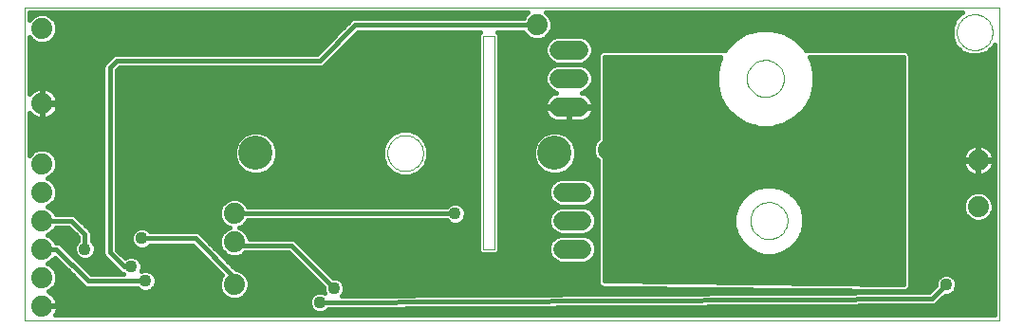
<source format=gbl>
G75*
G70*
%OFA0B0*%
%FSLAX24Y24*%
%IPPOS*%
%LPD*%
%AMOC8*
5,1,8,0,0,1.08239X$1,22.5*
%
%ADD10C,0.0000*%
%ADD11C,0.0740*%
%ADD12C,0.1200*%
%ADD13C,0.0680*%
%ADD14C,0.0160*%
%ADD15C,0.0436*%
D10*
X000175Y005250D02*
X000175Y016246D01*
X034420Y016246D01*
X034420Y005250D01*
X000175Y005250D01*
X012920Y011125D02*
X012922Y011175D01*
X012928Y011225D01*
X012938Y011274D01*
X012952Y011322D01*
X012969Y011369D01*
X012990Y011414D01*
X013015Y011458D01*
X013043Y011499D01*
X013075Y011538D01*
X013109Y011575D01*
X013146Y011609D01*
X013186Y011639D01*
X013228Y011666D01*
X013272Y011690D01*
X013318Y011711D01*
X013365Y011727D01*
X013413Y011740D01*
X013463Y011749D01*
X013512Y011754D01*
X013563Y011755D01*
X013613Y011752D01*
X013662Y011745D01*
X013711Y011734D01*
X013759Y011719D01*
X013805Y011701D01*
X013850Y011679D01*
X013893Y011653D01*
X013934Y011624D01*
X013973Y011592D01*
X014009Y011557D01*
X014041Y011519D01*
X014071Y011479D01*
X014098Y011436D01*
X014121Y011392D01*
X014140Y011346D01*
X014156Y011298D01*
X014168Y011249D01*
X014176Y011200D01*
X014180Y011150D01*
X014180Y011100D01*
X014176Y011050D01*
X014168Y011001D01*
X014156Y010952D01*
X014140Y010904D01*
X014121Y010858D01*
X014098Y010814D01*
X014071Y010771D01*
X014041Y010731D01*
X014009Y010693D01*
X013973Y010658D01*
X013934Y010626D01*
X013893Y010597D01*
X013850Y010571D01*
X013805Y010549D01*
X013759Y010531D01*
X013711Y010516D01*
X013662Y010505D01*
X013613Y010498D01*
X013563Y010495D01*
X013512Y010496D01*
X013463Y010501D01*
X013413Y010510D01*
X013365Y010523D01*
X013318Y010539D01*
X013272Y010560D01*
X013228Y010584D01*
X013186Y010611D01*
X013146Y010641D01*
X013109Y010675D01*
X013075Y010712D01*
X013043Y010751D01*
X013015Y010792D01*
X012990Y010836D01*
X012969Y010881D01*
X012952Y010928D01*
X012938Y010976D01*
X012928Y011025D01*
X012922Y011075D01*
X012920Y011125D01*
X016300Y007750D02*
X016675Y007750D01*
X016675Y015250D01*
X016300Y015250D01*
X016300Y007750D01*
X025675Y008750D02*
X025677Y008800D01*
X025683Y008850D01*
X025693Y008900D01*
X025706Y008948D01*
X025723Y008996D01*
X025744Y009042D01*
X025768Y009086D01*
X025796Y009128D01*
X025827Y009168D01*
X025861Y009205D01*
X025898Y009240D01*
X025937Y009271D01*
X025978Y009300D01*
X026022Y009325D01*
X026068Y009347D01*
X026115Y009365D01*
X026163Y009379D01*
X026212Y009390D01*
X026262Y009397D01*
X026312Y009400D01*
X026363Y009399D01*
X026413Y009394D01*
X026463Y009385D01*
X026511Y009373D01*
X026559Y009356D01*
X026605Y009336D01*
X026650Y009313D01*
X026693Y009286D01*
X026733Y009256D01*
X026771Y009223D01*
X026806Y009187D01*
X026839Y009148D01*
X026868Y009107D01*
X026894Y009064D01*
X026917Y009019D01*
X026936Y008972D01*
X026951Y008924D01*
X026963Y008875D01*
X026971Y008825D01*
X026975Y008775D01*
X026975Y008725D01*
X026971Y008675D01*
X026963Y008625D01*
X026951Y008576D01*
X026936Y008528D01*
X026917Y008481D01*
X026894Y008436D01*
X026868Y008393D01*
X026839Y008352D01*
X026806Y008313D01*
X026771Y008277D01*
X026733Y008244D01*
X026693Y008214D01*
X026650Y008187D01*
X026605Y008164D01*
X026559Y008144D01*
X026511Y008127D01*
X026463Y008115D01*
X026413Y008106D01*
X026363Y008101D01*
X026312Y008100D01*
X026262Y008103D01*
X026212Y008110D01*
X026163Y008121D01*
X026115Y008135D01*
X026068Y008153D01*
X026022Y008175D01*
X025978Y008200D01*
X025937Y008229D01*
X025898Y008260D01*
X025861Y008295D01*
X025827Y008332D01*
X025796Y008372D01*
X025768Y008414D01*
X025744Y008458D01*
X025723Y008504D01*
X025706Y008552D01*
X025693Y008600D01*
X025683Y008650D01*
X025677Y008700D01*
X025675Y008750D01*
X025550Y013750D02*
X025552Y013800D01*
X025558Y013850D01*
X025568Y013900D01*
X025581Y013948D01*
X025598Y013996D01*
X025619Y014042D01*
X025643Y014086D01*
X025671Y014128D01*
X025702Y014168D01*
X025736Y014205D01*
X025773Y014240D01*
X025812Y014271D01*
X025853Y014300D01*
X025897Y014325D01*
X025943Y014347D01*
X025990Y014365D01*
X026038Y014379D01*
X026087Y014390D01*
X026137Y014397D01*
X026187Y014400D01*
X026238Y014399D01*
X026288Y014394D01*
X026338Y014385D01*
X026386Y014373D01*
X026434Y014356D01*
X026480Y014336D01*
X026525Y014313D01*
X026568Y014286D01*
X026608Y014256D01*
X026646Y014223D01*
X026681Y014187D01*
X026714Y014148D01*
X026743Y014107D01*
X026769Y014064D01*
X026792Y014019D01*
X026811Y013972D01*
X026826Y013924D01*
X026838Y013875D01*
X026846Y013825D01*
X026850Y013775D01*
X026850Y013725D01*
X026846Y013675D01*
X026838Y013625D01*
X026826Y013576D01*
X026811Y013528D01*
X026792Y013481D01*
X026769Y013436D01*
X026743Y013393D01*
X026714Y013352D01*
X026681Y013313D01*
X026646Y013277D01*
X026608Y013244D01*
X026568Y013214D01*
X026525Y013187D01*
X026480Y013164D01*
X026434Y013144D01*
X026386Y013127D01*
X026338Y013115D01*
X026288Y013106D01*
X026238Y013101D01*
X026187Y013100D01*
X026137Y013103D01*
X026087Y013110D01*
X026038Y013121D01*
X025990Y013135D01*
X025943Y013153D01*
X025897Y013175D01*
X025853Y013200D01*
X025812Y013229D01*
X025773Y013260D01*
X025736Y013295D01*
X025702Y013332D01*
X025671Y013372D01*
X025643Y013414D01*
X025619Y013458D01*
X025598Y013504D01*
X025581Y013552D01*
X025568Y013600D01*
X025558Y013650D01*
X025552Y013700D01*
X025550Y013750D01*
X032920Y015375D02*
X032922Y015425D01*
X032928Y015475D01*
X032938Y015524D01*
X032952Y015572D01*
X032969Y015619D01*
X032990Y015664D01*
X033015Y015708D01*
X033043Y015749D01*
X033075Y015788D01*
X033109Y015825D01*
X033146Y015859D01*
X033186Y015889D01*
X033228Y015916D01*
X033272Y015940D01*
X033318Y015961D01*
X033365Y015977D01*
X033413Y015990D01*
X033463Y015999D01*
X033512Y016004D01*
X033563Y016005D01*
X033613Y016002D01*
X033662Y015995D01*
X033711Y015984D01*
X033759Y015969D01*
X033805Y015951D01*
X033850Y015929D01*
X033893Y015903D01*
X033934Y015874D01*
X033973Y015842D01*
X034009Y015807D01*
X034041Y015769D01*
X034071Y015729D01*
X034098Y015686D01*
X034121Y015642D01*
X034140Y015596D01*
X034156Y015548D01*
X034168Y015499D01*
X034176Y015450D01*
X034180Y015400D01*
X034180Y015350D01*
X034176Y015300D01*
X034168Y015251D01*
X034156Y015202D01*
X034140Y015154D01*
X034121Y015108D01*
X034098Y015064D01*
X034071Y015021D01*
X034041Y014981D01*
X034009Y014943D01*
X033973Y014908D01*
X033934Y014876D01*
X033893Y014847D01*
X033850Y014821D01*
X033805Y014799D01*
X033759Y014781D01*
X033711Y014766D01*
X033662Y014755D01*
X033613Y014748D01*
X033563Y014745D01*
X033512Y014746D01*
X033463Y014751D01*
X033413Y014760D01*
X033365Y014773D01*
X033318Y014789D01*
X033272Y014810D01*
X033228Y014834D01*
X033186Y014861D01*
X033146Y014891D01*
X033109Y014925D01*
X033075Y014962D01*
X033043Y015001D01*
X033015Y015042D01*
X032990Y015086D01*
X032969Y015131D01*
X032952Y015178D01*
X032938Y015226D01*
X032928Y015275D01*
X032922Y015325D01*
X032920Y015375D01*
D11*
X033675Y010875D03*
X033675Y009250D03*
X020675Y011250D03*
X018175Y015625D03*
X007550Y009000D03*
X007550Y008000D03*
X007550Y006500D03*
X000800Y006750D03*
X000800Y007750D03*
X000800Y008750D03*
X000800Y009750D03*
X000800Y010750D03*
X000800Y012875D03*
X000800Y015500D03*
X000800Y005750D03*
D12*
X008300Y011125D03*
X018800Y011125D03*
D13*
X019085Y009750D02*
X019765Y009750D01*
X019765Y008750D02*
X019085Y008750D01*
X019085Y007750D02*
X019765Y007750D01*
X019640Y012750D02*
X018960Y012750D01*
X018960Y013750D02*
X019640Y013750D01*
X019640Y014750D02*
X018960Y014750D01*
D14*
X018460Y014760D02*
X016855Y014760D01*
X016855Y014602D02*
X018480Y014602D01*
X018460Y014651D02*
X018536Y014467D01*
X018677Y014326D01*
X018861Y014250D01*
X018677Y014174D01*
X018536Y014033D01*
X018460Y013849D01*
X018460Y013651D01*
X018536Y013467D01*
X018677Y013326D01*
X018842Y013258D01*
X018838Y013257D01*
X018760Y013232D01*
X018687Y013195D01*
X018621Y013147D01*
X018563Y013089D01*
X018515Y013023D01*
X018478Y012950D01*
X018453Y012872D01*
X018440Y012791D01*
X018440Y012780D01*
X019270Y012780D01*
X019270Y012720D01*
X019330Y012720D01*
X019330Y012780D01*
X020160Y012780D01*
X020160Y012791D01*
X020147Y012872D01*
X020122Y012950D01*
X020085Y013023D01*
X020037Y013089D01*
X019979Y013147D01*
X019913Y013195D01*
X019840Y013232D01*
X019762Y013257D01*
X019758Y013258D01*
X019923Y013326D01*
X020064Y013467D01*
X020140Y013651D01*
X020140Y013849D01*
X020064Y014033D01*
X019923Y014174D01*
X019739Y014250D01*
X018861Y014250D01*
X019739Y014250D01*
X019923Y014326D01*
X020064Y014467D01*
X020140Y014651D01*
X020140Y014849D01*
X020064Y015033D01*
X019923Y015174D01*
X019739Y015250D01*
X018861Y015250D01*
X018677Y015174D01*
X018536Y015033D01*
X018460Y014849D01*
X018460Y014651D01*
X018560Y014443D02*
X016855Y014443D01*
X016855Y014285D02*
X018777Y014285D01*
X018629Y014126D02*
X016855Y014126D01*
X016855Y013968D02*
X018509Y013968D01*
X018460Y013809D02*
X016855Y013809D01*
X016855Y013651D02*
X018460Y013651D01*
X018526Y013492D02*
X016855Y013492D01*
X016855Y013334D02*
X018669Y013334D01*
X018660Y013175D02*
X016855Y013175D01*
X016855Y013017D02*
X018512Y013017D01*
X018451Y012858D02*
X016855Y012858D01*
X016855Y012700D02*
X018442Y012700D01*
X018440Y012709D02*
X018453Y012628D01*
X018478Y012550D01*
X018515Y012477D01*
X018563Y012411D01*
X018621Y012353D01*
X018687Y012305D01*
X018760Y012268D01*
X018838Y012243D01*
X018919Y012230D01*
X019270Y012230D01*
X019270Y012720D01*
X018440Y012720D01*
X018440Y012709D01*
X018483Y012541D02*
X016855Y012541D01*
X016855Y012383D02*
X018592Y012383D01*
X019270Y012383D02*
X019330Y012383D01*
X019330Y012230D02*
X019681Y012230D01*
X019762Y012243D01*
X019840Y012268D01*
X019913Y012305D01*
X019979Y012353D01*
X020037Y012411D01*
X020085Y012477D01*
X020122Y012550D01*
X020147Y012628D01*
X020160Y012709D01*
X020160Y012720D01*
X019330Y012720D01*
X019330Y012230D01*
X020008Y012383D02*
X020310Y012383D01*
X020310Y012541D02*
X020117Y012541D01*
X020158Y012700D02*
X020310Y012700D01*
X020310Y012858D02*
X020149Y012858D01*
X020088Y013017D02*
X020310Y013017D01*
X020310Y013175D02*
X019940Y013175D01*
X019931Y013334D02*
X020310Y013334D01*
X020310Y013492D02*
X020074Y013492D01*
X020140Y013651D02*
X020310Y013651D01*
X020310Y013809D02*
X020140Y013809D01*
X020091Y013968D02*
X020310Y013968D01*
X020310Y014126D02*
X019971Y014126D01*
X019823Y014285D02*
X020310Y014285D01*
X020310Y014443D02*
X020040Y014443D01*
X020120Y014602D02*
X020332Y014602D01*
X020347Y014636D02*
X020310Y014548D01*
X020310Y011635D01*
X020226Y011550D01*
X020145Y011355D01*
X020145Y011145D01*
X020226Y010950D01*
X020310Y010865D01*
X020310Y006626D01*
X020309Y006580D01*
X020310Y006579D01*
X020310Y006577D01*
X020328Y006534D01*
X020345Y006491D01*
X020346Y006490D01*
X020347Y006489D01*
X020379Y006456D01*
X020412Y006423D01*
X020413Y006423D01*
X020414Y006422D01*
X020457Y006404D01*
X020499Y006386D01*
X020501Y006386D01*
X020502Y006385D01*
X020549Y006385D01*
X031001Y006261D01*
X031002Y006260D01*
X031049Y006260D01*
X031095Y006259D01*
X031096Y006260D01*
X031098Y006260D01*
X031141Y006278D01*
X031184Y006295D01*
X031185Y006296D01*
X031186Y006297D01*
X031219Y006329D01*
X031252Y006362D01*
X031252Y006363D01*
X031253Y006364D01*
X031271Y006407D01*
X031289Y006449D01*
X031289Y006451D01*
X031290Y006452D01*
X031290Y006499D01*
X031291Y006545D01*
X031290Y006546D01*
X031290Y014548D01*
X031253Y014636D01*
X031186Y014703D01*
X031098Y014740D01*
X031002Y014740D01*
X027626Y014740D01*
X027584Y014812D01*
X027262Y015134D01*
X026868Y015362D01*
X026428Y015480D01*
X025972Y015480D01*
X025532Y015362D01*
X025138Y015134D01*
X024816Y014812D01*
X024774Y014740D01*
X020502Y014740D01*
X020414Y014703D01*
X020347Y014636D01*
X020140Y014760D02*
X024786Y014760D01*
X024922Y014919D02*
X020111Y014919D01*
X020020Y015077D02*
X025080Y015077D01*
X025313Y015236D02*
X019774Y015236D01*
X018826Y015236D02*
X018535Y015236D01*
X018475Y015176D02*
X018624Y015325D01*
X018705Y015520D01*
X018705Y015730D01*
X018624Y015925D01*
X018483Y016066D01*
X033102Y016066D01*
X033091Y016062D01*
X032863Y015834D01*
X032740Y015536D01*
X032740Y015214D01*
X032863Y014916D01*
X033091Y014688D01*
X033389Y014565D01*
X033711Y014565D01*
X034009Y014688D01*
X034237Y014916D01*
X034240Y014925D01*
X034240Y005430D01*
X001247Y005430D01*
X001270Y005462D01*
X001310Y005539D01*
X001336Y005621D01*
X001350Y005707D01*
X001350Y005730D01*
X000820Y005730D01*
X000820Y005770D01*
X001350Y005770D01*
X001350Y005793D01*
X001336Y005879D01*
X001310Y005961D01*
X001270Y006038D01*
X001220Y006108D01*
X001158Y006170D01*
X001088Y006220D01*
X001011Y006260D01*
X001006Y006261D01*
X001100Y006301D01*
X001249Y006450D01*
X001330Y006645D01*
X001330Y006855D01*
X001249Y007050D01*
X001100Y007199D01*
X000978Y007250D01*
X001100Y007301D01*
X001249Y007450D01*
X001253Y007458D01*
X002222Y006489D01*
X002289Y006422D01*
X002377Y006385D01*
X004130Y006385D01*
X004211Y006304D01*
X004350Y006247D01*
X004500Y006247D01*
X004639Y006304D01*
X004746Y006411D01*
X004803Y006550D01*
X004803Y006700D01*
X004746Y006839D01*
X004639Y006946D01*
X004500Y007003D01*
X004350Y007003D01*
X004270Y006970D01*
X004303Y007050D01*
X004303Y007200D01*
X004246Y007339D01*
X004139Y007446D01*
X004000Y007503D01*
X003850Y007503D01*
X003711Y007446D01*
X003702Y007437D01*
X003415Y007724D01*
X003415Y014026D01*
X003524Y014135D01*
X010598Y014135D01*
X010686Y014172D01*
X010753Y014239D01*
X011899Y015385D01*
X016180Y015385D01*
X016120Y015325D01*
X016120Y007675D01*
X016225Y007570D01*
X016750Y007570D01*
X016855Y007675D01*
X016855Y015325D01*
X016795Y015385D01*
X017701Y015385D01*
X017726Y015325D01*
X017875Y015176D01*
X018070Y015095D01*
X018280Y015095D01*
X018475Y015176D01*
X018580Y015077D02*
X016855Y015077D01*
X016855Y014919D02*
X018489Y014919D01*
X018653Y015394D02*
X025651Y015394D01*
X026749Y015394D02*
X032740Y015394D01*
X032740Y015236D02*
X027087Y015236D01*
X027320Y015077D02*
X032797Y015077D01*
X032862Y014919D02*
X027478Y014919D01*
X027614Y014760D02*
X033020Y014760D01*
X033301Y014602D02*
X031268Y014602D01*
X031290Y014443D02*
X034240Y014443D01*
X034240Y014285D02*
X031290Y014285D01*
X031290Y014126D02*
X034240Y014126D01*
X034240Y013968D02*
X031290Y013968D01*
X031290Y013809D02*
X034240Y013809D01*
X034240Y013651D02*
X031290Y013651D01*
X031290Y013492D02*
X034240Y013492D01*
X034240Y013334D02*
X031290Y013334D01*
X031290Y013175D02*
X034240Y013175D01*
X034240Y013017D02*
X031290Y013017D01*
X031290Y012858D02*
X034240Y012858D01*
X034240Y012700D02*
X031290Y012700D01*
X031290Y012541D02*
X034240Y012541D01*
X034240Y012383D02*
X031290Y012383D01*
X031290Y012224D02*
X034240Y012224D01*
X034240Y012066D02*
X031290Y012066D01*
X031290Y011907D02*
X034240Y011907D01*
X034240Y011749D02*
X031290Y011749D01*
X031290Y011590D02*
X034240Y011590D01*
X034240Y011432D02*
X031290Y011432D01*
X031290Y011273D02*
X033295Y011273D01*
X033317Y011295D02*
X033255Y011233D01*
X033205Y011163D01*
X033165Y011086D01*
X033139Y011004D01*
X033125Y010918D01*
X033125Y010895D01*
X033655Y010895D01*
X033655Y011425D01*
X033632Y011425D01*
X033546Y011411D01*
X033464Y011385D01*
X033387Y011345D01*
X033317Y011295D01*
X033180Y011115D02*
X031290Y011115D01*
X031290Y010956D02*
X033131Y010956D01*
X033125Y010855D02*
X033125Y010832D01*
X033139Y010746D01*
X033165Y010664D01*
X033205Y010587D01*
X033255Y010517D01*
X033317Y010455D01*
X033387Y010405D01*
X033464Y010365D01*
X033546Y010339D01*
X033632Y010325D01*
X033655Y010325D01*
X033655Y010855D01*
X033125Y010855D01*
X033130Y010798D02*
X031290Y010798D01*
X031290Y010639D02*
X033178Y010639D01*
X033292Y010481D02*
X031290Y010481D01*
X031290Y010322D02*
X034240Y010322D01*
X034240Y010164D02*
X031290Y010164D01*
X031290Y010005D02*
X034240Y010005D01*
X034240Y009847D02*
X031290Y009847D01*
X031290Y009688D02*
X033363Y009688D01*
X033375Y009699D02*
X033226Y009550D01*
X033145Y009355D01*
X033145Y009145D01*
X033226Y008950D01*
X033375Y008801D01*
X033570Y008720D01*
X033780Y008720D01*
X033975Y008801D01*
X034124Y008950D01*
X034205Y009145D01*
X034205Y009355D01*
X034124Y009550D01*
X033975Y009699D01*
X033780Y009780D01*
X033570Y009780D01*
X033375Y009699D01*
X033217Y009530D02*
X031290Y009530D01*
X031290Y009371D02*
X033151Y009371D01*
X033145Y009213D02*
X031290Y009213D01*
X031290Y009054D02*
X033183Y009054D01*
X033280Y008896D02*
X031290Y008896D01*
X031290Y008737D02*
X033529Y008737D01*
X033821Y008737D02*
X034240Y008737D01*
X034240Y008579D02*
X031290Y008579D01*
X031290Y008420D02*
X034240Y008420D01*
X034240Y008262D02*
X031290Y008262D01*
X031290Y008103D02*
X034240Y008103D01*
X034240Y007945D02*
X031290Y007945D01*
X031290Y007786D02*
X034240Y007786D01*
X034240Y007628D02*
X031290Y007628D01*
X031290Y007469D02*
X034240Y007469D01*
X034240Y007311D02*
X031290Y007311D01*
X031290Y007152D02*
X034240Y007152D01*
X034240Y006994D02*
X031290Y006994D01*
X031290Y006835D02*
X032371Y006835D01*
X032336Y006821D02*
X032229Y006714D01*
X032172Y006575D01*
X032172Y006461D01*
X031950Y006239D01*
X011329Y006120D01*
X011371Y006161D01*
X011428Y006300D01*
X011428Y006450D01*
X011371Y006589D01*
X011264Y006696D01*
X011125Y006753D01*
X011011Y006753D01*
X009753Y008011D01*
X009686Y008078D01*
X009598Y008115D01*
X008076Y008115D01*
X007999Y008300D01*
X007850Y008449D01*
X007728Y008500D01*
X007850Y008551D01*
X007999Y008700D01*
X008024Y008760D01*
X015005Y008760D01*
X015086Y008679D01*
X015225Y008622D01*
X015375Y008622D01*
X015514Y008679D01*
X015621Y008786D01*
X015678Y008925D01*
X015678Y009075D01*
X015621Y009214D01*
X015514Y009321D01*
X015375Y009378D01*
X015225Y009378D01*
X015086Y009321D01*
X015005Y009240D01*
X008024Y009240D01*
X007999Y009300D01*
X007850Y009449D01*
X007655Y009530D01*
X007445Y009530D01*
X007250Y009449D01*
X007101Y009300D01*
X007020Y009105D01*
X007020Y008895D01*
X007101Y008700D01*
X007250Y008551D01*
X007372Y008500D01*
X007250Y008449D01*
X007101Y008300D01*
X007020Y008105D01*
X007020Y007895D01*
X007101Y007700D01*
X007250Y007551D01*
X007445Y007470D01*
X007655Y007470D01*
X007850Y007551D01*
X007935Y007635D01*
X009451Y007635D01*
X010672Y006414D01*
X010672Y006300D01*
X010705Y006220D01*
X010625Y006253D01*
X010475Y006253D01*
X010336Y006196D01*
X010229Y006089D01*
X010172Y005950D01*
X010172Y005800D01*
X010229Y005661D01*
X010336Y005554D01*
X010475Y005497D01*
X010625Y005497D01*
X010764Y005554D01*
X010846Y005637D01*
X032051Y005760D01*
X032098Y005760D01*
X032098Y005760D01*
X032099Y005760D01*
X032142Y005779D01*
X032186Y005797D01*
X032187Y005797D01*
X032220Y005831D01*
X032511Y006122D01*
X032625Y006122D01*
X032764Y006179D01*
X032871Y006286D01*
X032928Y006425D01*
X032928Y006575D01*
X032871Y006714D01*
X032764Y006821D01*
X032625Y006878D01*
X032475Y006878D01*
X032336Y006821D01*
X032214Y006677D02*
X031290Y006677D01*
X031290Y006518D02*
X032172Y006518D01*
X032070Y006360D02*
X031250Y006360D01*
X031050Y006500D02*
X020550Y006625D01*
X020550Y014500D01*
X024635Y014500D01*
X024588Y014418D01*
X024470Y013978D01*
X024470Y013522D01*
X024588Y013082D01*
X024816Y012688D01*
X025138Y012366D01*
X025532Y012138D01*
X025972Y012020D01*
X026428Y012020D01*
X026868Y012138D01*
X027262Y012366D01*
X027584Y012688D01*
X027812Y013082D01*
X027930Y013522D01*
X027930Y013978D01*
X027812Y014418D01*
X027765Y014500D01*
X031050Y014500D01*
X031050Y006500D01*
X031050Y006518D02*
X029538Y006518D01*
X031050Y006677D02*
X020550Y006677D01*
X020550Y006835D02*
X031050Y006835D01*
X031050Y006994D02*
X020550Y006994D01*
X020550Y007152D02*
X031050Y007152D01*
X031050Y007311D02*
X020550Y007311D01*
X020550Y007469D02*
X031050Y007469D01*
X031050Y007628D02*
X026841Y007628D01*
X026800Y007604D02*
X026487Y007520D01*
X026163Y007520D01*
X025850Y007604D01*
X025570Y007766D01*
X025341Y007995D01*
X025179Y008275D01*
X025095Y008588D01*
X025095Y008912D01*
X025179Y009225D01*
X025341Y009505D01*
X025570Y009734D01*
X025850Y009896D01*
X026163Y009980D01*
X026487Y009980D01*
X026800Y009896D01*
X027080Y009734D01*
X027309Y009505D01*
X027471Y009225D01*
X027555Y008912D01*
X027555Y008588D01*
X027471Y008275D01*
X027309Y007995D01*
X027080Y007766D01*
X026800Y007604D01*
X027100Y007786D02*
X031050Y007786D01*
X031050Y007945D02*
X027259Y007945D01*
X027372Y008103D02*
X031050Y008103D01*
X031050Y008262D02*
X027463Y008262D01*
X027510Y008420D02*
X031050Y008420D01*
X031050Y008579D02*
X027552Y008579D01*
X027555Y008737D02*
X031050Y008737D01*
X031050Y008896D02*
X027555Y008896D01*
X027517Y009054D02*
X031050Y009054D01*
X031050Y009213D02*
X027474Y009213D01*
X027387Y009371D02*
X031050Y009371D01*
X031050Y009530D02*
X027285Y009530D01*
X027126Y009688D02*
X031050Y009688D01*
X031050Y009847D02*
X026886Y009847D01*
X025764Y009847D02*
X020550Y009847D01*
X020550Y010005D02*
X031050Y010005D01*
X031050Y010164D02*
X020550Y010164D01*
X020550Y010322D02*
X031050Y010322D01*
X031050Y010481D02*
X020550Y010481D01*
X020550Y010639D02*
X031050Y010639D01*
X031050Y010798D02*
X020550Y010798D01*
X020550Y010956D02*
X031050Y010956D01*
X031050Y011115D02*
X020550Y011115D01*
X020550Y011273D02*
X031050Y011273D01*
X031050Y011432D02*
X020550Y011432D01*
X020550Y011590D02*
X031050Y011590D01*
X031050Y011749D02*
X020550Y011749D01*
X020550Y011907D02*
X031050Y011907D01*
X031050Y012066D02*
X026598Y012066D01*
X027017Y012224D02*
X031050Y012224D01*
X031050Y012383D02*
X027279Y012383D01*
X027438Y012541D02*
X031050Y012541D01*
X031050Y012700D02*
X027591Y012700D01*
X027683Y012858D02*
X031050Y012858D01*
X031050Y013017D02*
X027774Y013017D01*
X027837Y013175D02*
X031050Y013175D01*
X031050Y013334D02*
X027879Y013334D01*
X027922Y013492D02*
X031050Y013492D01*
X031050Y013651D02*
X027930Y013651D01*
X027930Y013809D02*
X031050Y013809D01*
X031050Y013968D02*
X027930Y013968D01*
X027890Y014126D02*
X031050Y014126D01*
X031050Y014285D02*
X027848Y014285D01*
X027798Y014443D02*
X031050Y014443D01*
X032747Y015553D02*
X018705Y015553D01*
X018705Y015711D02*
X032813Y015711D01*
X032899Y015870D02*
X018647Y015870D01*
X018522Y016028D02*
X033058Y016028D01*
X034238Y014919D02*
X034240Y014919D01*
X034240Y014760D02*
X034080Y014760D01*
X034240Y014602D02*
X033799Y014602D01*
X033718Y011425D02*
X033695Y011425D01*
X033695Y010895D01*
X033655Y010895D01*
X033655Y010855D01*
X033695Y010855D01*
X033695Y010895D01*
X034225Y010895D01*
X034225Y010918D01*
X034211Y011004D01*
X034185Y011086D01*
X034145Y011163D01*
X034095Y011233D01*
X034033Y011295D01*
X033963Y011345D01*
X033886Y011385D01*
X033804Y011411D01*
X033718Y011425D01*
X033695Y011273D02*
X033655Y011273D01*
X033655Y011115D02*
X033695Y011115D01*
X033695Y010956D02*
X033655Y010956D01*
X033695Y010855D02*
X034225Y010855D01*
X034225Y010832D01*
X034211Y010746D01*
X034185Y010664D01*
X034145Y010587D01*
X034095Y010517D01*
X034033Y010455D01*
X033963Y010405D01*
X033886Y010365D01*
X033804Y010339D01*
X033718Y010325D01*
X033695Y010325D01*
X033695Y010855D01*
X033695Y010798D02*
X033655Y010798D01*
X033655Y010639D02*
X033695Y010639D01*
X033695Y010481D02*
X033655Y010481D01*
X034058Y010481D02*
X034240Y010481D01*
X034240Y010639D02*
X034172Y010639D01*
X034220Y010798D02*
X034240Y010798D01*
X034240Y010956D02*
X034219Y010956D01*
X034240Y011115D02*
X034170Y011115D01*
X034240Y011273D02*
X034055Y011273D01*
X033987Y009688D02*
X034240Y009688D01*
X034240Y009530D02*
X034133Y009530D01*
X034199Y009371D02*
X034240Y009371D01*
X034240Y009213D02*
X034205Y009213D01*
X034240Y009054D02*
X034167Y009054D01*
X034240Y008896D02*
X034070Y008896D01*
X034240Y006835D02*
X032729Y006835D01*
X032886Y006677D02*
X034240Y006677D01*
X034240Y006518D02*
X032928Y006518D01*
X032901Y006360D02*
X034240Y006360D01*
X034240Y006201D02*
X032786Y006201D01*
X032550Y006500D02*
X032050Y006000D01*
X010550Y005875D01*
X010203Y005726D02*
X001350Y005726D01*
X001335Y005884D02*
X010172Y005884D01*
X010210Y006043D02*
X007830Y006043D01*
X007850Y006051D02*
X007999Y006200D01*
X008080Y006395D01*
X008080Y006605D01*
X007999Y006800D01*
X007850Y006949D01*
X007655Y007030D01*
X007609Y007030D01*
X006311Y008328D01*
X006223Y008365D01*
X004595Y008365D01*
X004514Y008446D01*
X004375Y008503D01*
X004225Y008503D01*
X004086Y008446D01*
X003979Y008339D01*
X003922Y008200D01*
X003922Y008050D01*
X003979Y007911D01*
X004086Y007804D01*
X004225Y007747D01*
X004375Y007747D01*
X004514Y007804D01*
X004595Y007885D01*
X006076Y007885D01*
X007131Y006830D01*
X007101Y006800D01*
X007020Y006605D01*
X007020Y006395D01*
X007101Y006200D01*
X007250Y006051D01*
X007445Y005970D01*
X007655Y005970D01*
X007850Y006051D01*
X008000Y006201D02*
X010349Y006201D01*
X010672Y006360D02*
X008065Y006360D01*
X008080Y006518D02*
X010568Y006518D01*
X010409Y006677D02*
X008051Y006677D01*
X007965Y006835D02*
X010251Y006835D01*
X010092Y006994D02*
X007744Y006994D01*
X007487Y007152D02*
X009934Y007152D01*
X009775Y007311D02*
X007329Y007311D01*
X007170Y007469D02*
X009617Y007469D01*
X009458Y007628D02*
X007927Y007628D01*
X007675Y007875D02*
X007550Y008000D01*
X007675Y007875D02*
X009550Y007875D01*
X011050Y006375D01*
X011400Y006518D02*
X020334Y006518D01*
X020310Y006677D02*
X011283Y006677D01*
X011428Y006360D02*
X022690Y006360D01*
X020310Y006835D02*
X010929Y006835D01*
X010771Y006994D02*
X020310Y006994D01*
X020310Y007152D02*
X010612Y007152D01*
X010454Y007311D02*
X018839Y007311D01*
X018802Y007326D02*
X018986Y007250D01*
X019864Y007250D01*
X020048Y007326D01*
X020189Y007467D01*
X020265Y007651D01*
X020265Y007849D01*
X020189Y008033D01*
X020048Y008174D01*
X019864Y008250D01*
X020048Y008326D01*
X020189Y008467D01*
X020265Y008651D01*
X020265Y008849D01*
X020189Y009033D01*
X020048Y009174D01*
X019864Y009250D01*
X020048Y009326D01*
X020189Y009467D01*
X020265Y009651D01*
X020265Y009849D01*
X020189Y010033D01*
X020048Y010174D01*
X019864Y010250D01*
X018986Y010250D01*
X018802Y010174D01*
X018661Y010033D01*
X018585Y009849D01*
X018585Y009651D01*
X018661Y009467D01*
X018802Y009326D01*
X018986Y009250D01*
X019864Y009250D01*
X018986Y009250D01*
X018802Y009174D01*
X018661Y009033D01*
X018585Y008849D01*
X018585Y008651D01*
X018661Y008467D01*
X018802Y008326D01*
X018986Y008250D01*
X019864Y008250D01*
X018986Y008250D01*
X018802Y008174D01*
X018661Y008033D01*
X018585Y007849D01*
X018585Y007651D01*
X018661Y007467D01*
X018802Y007326D01*
X018660Y007469D02*
X010295Y007469D01*
X010137Y007628D02*
X016168Y007628D01*
X016120Y007786D02*
X009978Y007786D01*
X009820Y007945D02*
X016120Y007945D01*
X016120Y008103D02*
X009627Y008103D01*
X008015Y008262D02*
X016120Y008262D01*
X016120Y008420D02*
X007880Y008420D01*
X007878Y008579D02*
X016120Y008579D01*
X016120Y008737D02*
X015572Y008737D01*
X015666Y008896D02*
X016120Y008896D01*
X016120Y009054D02*
X015678Y009054D01*
X015621Y009213D02*
X016120Y009213D01*
X016120Y009371D02*
X015392Y009371D01*
X015208Y009371D02*
X007929Y009371D01*
X007657Y009530D02*
X016120Y009530D01*
X016120Y009688D02*
X003415Y009688D01*
X003415Y009530D02*
X007443Y009530D01*
X007171Y009371D02*
X003415Y009371D01*
X003415Y009213D02*
X007064Y009213D01*
X007020Y009054D02*
X003415Y009054D01*
X003415Y008896D02*
X007020Y008896D01*
X007085Y008737D02*
X003415Y008737D01*
X003415Y008579D02*
X007222Y008579D01*
X007220Y008420D02*
X004540Y008420D01*
X004060Y008420D02*
X003415Y008420D01*
X003415Y008262D02*
X003947Y008262D01*
X003922Y008103D02*
X003415Y008103D01*
X003415Y007945D02*
X003965Y007945D01*
X004130Y007786D02*
X003415Y007786D01*
X003512Y007628D02*
X006333Y007628D01*
X006175Y007786D02*
X004470Y007786D01*
X004083Y007469D02*
X006492Y007469D01*
X006650Y007311D02*
X004257Y007311D01*
X004303Y007152D02*
X006809Y007152D01*
X006967Y006994D02*
X004523Y006994D01*
X004327Y006994D02*
X004280Y006994D01*
X003925Y007125D02*
X003675Y007125D01*
X003175Y007625D01*
X003175Y014125D01*
X003425Y014375D01*
X010550Y014375D01*
X011800Y015625D01*
X018175Y015625D01*
X017701Y015865D02*
X011752Y015865D01*
X011664Y015828D01*
X010451Y014615D01*
X003377Y014615D01*
X003289Y014578D01*
X003039Y014328D01*
X002972Y014261D01*
X002935Y014173D01*
X002935Y007577D01*
X002972Y007489D01*
X003472Y006989D01*
X003539Y006922D01*
X003627Y006885D01*
X003630Y006885D01*
X003650Y006865D01*
X002524Y006865D01*
X001436Y007953D01*
X001348Y007990D01*
X001274Y007990D01*
X001249Y008050D01*
X001100Y008199D01*
X000978Y008250D01*
X001100Y008301D01*
X001249Y008450D01*
X001274Y008510D01*
X001721Y008510D01*
X002060Y008171D01*
X002060Y008045D01*
X001979Y007964D01*
X001922Y007825D01*
X001922Y007675D01*
X001979Y007536D01*
X002086Y007429D01*
X002225Y007372D01*
X002375Y007372D01*
X002514Y007429D01*
X002621Y007536D01*
X002678Y007675D01*
X002678Y007825D01*
X002621Y007964D01*
X002540Y008045D01*
X002540Y008318D01*
X002503Y008407D01*
X002436Y008474D01*
X001957Y008953D01*
X001868Y008990D01*
X001274Y008990D01*
X001249Y009050D01*
X001100Y009199D01*
X000978Y009250D01*
X001100Y009301D01*
X001249Y009450D01*
X001330Y009645D01*
X001330Y009855D01*
X001249Y010050D01*
X001100Y010199D01*
X000978Y010250D01*
X001100Y010301D01*
X001249Y010450D01*
X001330Y010645D01*
X001330Y010855D01*
X001249Y011050D01*
X001100Y011199D01*
X000905Y011280D01*
X000695Y011280D01*
X000500Y011199D01*
X000355Y011055D01*
X000355Y012552D01*
X000380Y012517D01*
X000442Y012455D01*
X000512Y012405D01*
X000589Y012365D01*
X000671Y012339D01*
X000757Y012325D01*
X000780Y012325D01*
X000780Y012855D01*
X000820Y012855D01*
X000820Y012895D01*
X000780Y012895D01*
X000780Y013425D01*
X000757Y013425D01*
X000671Y013411D01*
X000589Y013385D01*
X000512Y013345D01*
X000442Y013295D01*
X000380Y013233D01*
X000355Y013198D01*
X000355Y015195D01*
X000500Y015051D01*
X000695Y014970D01*
X000905Y014970D01*
X001100Y015051D01*
X001249Y015200D01*
X001330Y015395D01*
X001330Y015605D01*
X001249Y015800D01*
X001100Y015949D01*
X000905Y016030D01*
X000695Y016030D01*
X000500Y015949D01*
X000355Y015805D01*
X000355Y016066D01*
X017867Y016066D01*
X017726Y015925D01*
X017701Y015865D01*
X017703Y015870D02*
X001180Y015870D01*
X001286Y015711D02*
X011547Y015711D01*
X011388Y015553D02*
X001330Y015553D01*
X001330Y015394D02*
X011230Y015394D01*
X011071Y015236D02*
X001264Y015236D01*
X001127Y015077D02*
X010913Y015077D01*
X010754Y014919D02*
X000355Y014919D01*
X000355Y015077D02*
X000473Y015077D01*
X000355Y014760D02*
X010596Y014760D01*
X011116Y014602D02*
X016120Y014602D01*
X016120Y014760D02*
X011274Y014760D01*
X011433Y014919D02*
X016120Y014919D01*
X016120Y015077D02*
X011591Y015077D01*
X011750Y015236D02*
X016120Y015236D01*
X016855Y015236D02*
X017815Y015236D01*
X016120Y014443D02*
X010957Y014443D01*
X010799Y014285D02*
X016120Y014285D01*
X016120Y014126D02*
X003515Y014126D01*
X003415Y013968D02*
X016120Y013968D01*
X016120Y013809D02*
X003415Y013809D01*
X003415Y013651D02*
X016120Y013651D01*
X016120Y013492D02*
X003415Y013492D01*
X003415Y013334D02*
X016120Y013334D01*
X016120Y013175D02*
X003415Y013175D01*
X003415Y013017D02*
X016120Y013017D01*
X016120Y012858D02*
X003415Y012858D01*
X003415Y012700D02*
X016120Y012700D01*
X016120Y012541D02*
X003415Y012541D01*
X003415Y012383D02*
X016120Y012383D01*
X016120Y012224D02*
X003415Y012224D01*
X003415Y012066D02*
X016120Y012066D01*
X016120Y011907D02*
X013778Y011907D01*
X013711Y011935D02*
X013389Y011935D01*
X013091Y011812D01*
X012863Y011584D01*
X012740Y011286D01*
X012740Y010964D01*
X012863Y010666D01*
X013091Y010438D01*
X013389Y010315D01*
X013711Y010315D01*
X014009Y010438D01*
X014237Y010666D01*
X014360Y010964D01*
X014360Y011286D01*
X014237Y011584D01*
X014009Y011812D01*
X013711Y011935D01*
X013322Y011907D02*
X003415Y011907D01*
X003415Y011749D02*
X007849Y011749D01*
X007869Y011769D02*
X007656Y011556D01*
X007540Y011276D01*
X007540Y010974D01*
X007656Y010694D01*
X007869Y010481D01*
X008149Y010365D01*
X008451Y010365D01*
X008731Y010481D01*
X008944Y010694D01*
X009060Y010974D01*
X009060Y011276D01*
X008944Y011556D01*
X008731Y011769D01*
X008451Y011885D01*
X008149Y011885D01*
X007869Y011769D01*
X007690Y011590D02*
X003415Y011590D01*
X003415Y011432D02*
X007604Y011432D01*
X007540Y011273D02*
X003415Y011273D01*
X003415Y011115D02*
X007540Y011115D01*
X007547Y010956D02*
X003415Y010956D01*
X003415Y010798D02*
X007613Y010798D01*
X007711Y010639D02*
X003415Y010639D01*
X003415Y010481D02*
X007870Y010481D01*
X008730Y010481D02*
X013049Y010481D01*
X012891Y010639D02*
X008889Y010639D01*
X008987Y010798D02*
X012809Y010798D01*
X012743Y010956D02*
X009053Y010956D01*
X009060Y011115D02*
X012740Y011115D01*
X012740Y011273D02*
X009060Y011273D01*
X008996Y011432D02*
X012800Y011432D01*
X012870Y011590D02*
X008910Y011590D01*
X008751Y011749D02*
X013028Y011749D01*
X014072Y011749D02*
X016120Y011749D01*
X016120Y011590D02*
X014230Y011590D01*
X014300Y011432D02*
X016120Y011432D01*
X016120Y011273D02*
X014360Y011273D01*
X014360Y011115D02*
X016120Y011115D01*
X016120Y010956D02*
X014357Y010956D01*
X014291Y010798D02*
X016120Y010798D01*
X016120Y010639D02*
X014209Y010639D01*
X014051Y010481D02*
X016120Y010481D01*
X016120Y010322D02*
X013728Y010322D01*
X013372Y010322D02*
X003415Y010322D01*
X003415Y010164D02*
X016120Y010164D01*
X016120Y010005D02*
X003415Y010005D01*
X003415Y009847D02*
X016120Y009847D01*
X016855Y009847D02*
X018585Y009847D01*
X018585Y009688D02*
X016855Y009688D01*
X016855Y009530D02*
X018635Y009530D01*
X018757Y009371D02*
X016855Y009371D01*
X016855Y009213D02*
X018895Y009213D01*
X018682Y009054D02*
X016855Y009054D01*
X016855Y008896D02*
X018604Y008896D01*
X018585Y008737D02*
X016855Y008737D01*
X016855Y008579D02*
X018615Y008579D01*
X018708Y008420D02*
X016855Y008420D01*
X016855Y008262D02*
X018958Y008262D01*
X018731Y008103D02*
X016855Y008103D01*
X016855Y007945D02*
X018624Y007945D01*
X018585Y007786D02*
X016855Y007786D01*
X016807Y007628D02*
X018595Y007628D01*
X019892Y008262D02*
X020310Y008262D01*
X020310Y008420D02*
X020142Y008420D01*
X020235Y008579D02*
X020310Y008579D01*
X020310Y008737D02*
X020265Y008737D01*
X020246Y008896D02*
X020310Y008896D01*
X020310Y009054D02*
X020168Y009054D01*
X020310Y009213D02*
X019955Y009213D01*
X020093Y009371D02*
X020310Y009371D01*
X020310Y009530D02*
X020215Y009530D01*
X020265Y009688D02*
X020310Y009688D01*
X020310Y009847D02*
X020265Y009847D01*
X020310Y010005D02*
X020201Y010005D01*
X020310Y010164D02*
X020059Y010164D01*
X020310Y010322D02*
X016855Y010322D01*
X016855Y010164D02*
X018791Y010164D01*
X018649Y010005D02*
X016855Y010005D01*
X016855Y010481D02*
X018370Y010481D01*
X018369Y010481D02*
X018649Y010365D01*
X018951Y010365D01*
X019231Y010481D01*
X019444Y010694D01*
X019560Y010974D01*
X019560Y011276D01*
X019444Y011556D01*
X019231Y011769D01*
X018951Y011885D01*
X018649Y011885D01*
X018369Y011769D01*
X018156Y011556D01*
X018040Y011276D01*
X018040Y010974D01*
X018156Y010694D01*
X018369Y010481D01*
X018211Y010639D02*
X016855Y010639D01*
X016855Y010798D02*
X018113Y010798D01*
X018047Y010956D02*
X016855Y010956D01*
X016855Y011115D02*
X018040Y011115D01*
X018040Y011273D02*
X016855Y011273D01*
X016855Y011432D02*
X018104Y011432D01*
X018190Y011590D02*
X016855Y011590D01*
X016855Y011749D02*
X018349Y011749D01*
X019251Y011749D02*
X020310Y011749D01*
X020310Y011907D02*
X016855Y011907D01*
X016855Y012066D02*
X020310Y012066D01*
X020310Y012224D02*
X016855Y012224D01*
X019270Y012541D02*
X019330Y012541D01*
X019330Y012700D02*
X019270Y012700D01*
X020550Y012700D02*
X024809Y012700D01*
X024717Y012858D02*
X020550Y012858D01*
X020550Y013017D02*
X024626Y013017D01*
X024563Y013175D02*
X020550Y013175D01*
X020550Y013334D02*
X024521Y013334D01*
X024478Y013492D02*
X020550Y013492D01*
X020550Y013651D02*
X024470Y013651D01*
X024470Y013809D02*
X020550Y013809D01*
X020550Y013968D02*
X024470Y013968D01*
X024510Y014126D02*
X020550Y014126D01*
X020550Y014285D02*
X024552Y014285D01*
X024602Y014443D02*
X020550Y014443D01*
X017828Y016028D02*
X000910Y016028D01*
X000690Y016028D02*
X000355Y016028D01*
X000355Y015870D02*
X000420Y015870D01*
X000355Y014602D02*
X003345Y014602D01*
X003154Y014443D02*
X000355Y014443D01*
X000355Y014285D02*
X002995Y014285D01*
X002935Y014126D02*
X000355Y014126D01*
X000355Y013968D02*
X002935Y013968D01*
X002935Y013809D02*
X000355Y013809D01*
X000355Y013651D02*
X002935Y013651D01*
X002935Y013492D02*
X000355Y013492D01*
X000355Y013334D02*
X000495Y013334D01*
X000780Y013334D02*
X000820Y013334D01*
X000820Y013425D02*
X000820Y012895D01*
X001350Y012895D01*
X001350Y012918D01*
X001336Y013004D01*
X001310Y013086D01*
X001270Y013163D01*
X001220Y013233D01*
X001158Y013295D01*
X001088Y013345D01*
X001011Y013385D01*
X000929Y013411D01*
X000843Y013425D01*
X000820Y013425D01*
X000820Y013175D02*
X000780Y013175D01*
X000780Y013017D02*
X000820Y013017D01*
X000820Y012858D02*
X002935Y012858D01*
X002935Y012700D02*
X001321Y012700D01*
X001310Y012664D02*
X001336Y012746D01*
X001350Y012832D01*
X001350Y012855D01*
X000820Y012855D01*
X000820Y012325D01*
X000843Y012325D01*
X000929Y012339D01*
X001011Y012365D01*
X001088Y012405D01*
X001158Y012455D01*
X001220Y012517D01*
X001270Y012587D01*
X001310Y012664D01*
X001237Y012541D02*
X002935Y012541D01*
X002935Y012383D02*
X001045Y012383D01*
X000820Y012383D02*
X000780Y012383D01*
X000780Y012541D02*
X000820Y012541D01*
X000820Y012700D02*
X000780Y012700D01*
X000555Y012383D02*
X000355Y012383D01*
X000355Y012541D02*
X000363Y012541D01*
X000355Y012224D02*
X002935Y012224D01*
X002935Y012066D02*
X000355Y012066D01*
X000355Y011907D02*
X002935Y011907D01*
X002935Y011749D02*
X000355Y011749D01*
X000355Y011590D02*
X002935Y011590D01*
X002935Y011432D02*
X000355Y011432D01*
X000355Y011273D02*
X000678Y011273D01*
X000922Y011273D02*
X002935Y011273D01*
X002935Y011115D02*
X001185Y011115D01*
X001288Y010956D02*
X002935Y010956D01*
X002935Y010798D02*
X001330Y010798D01*
X001328Y010639D02*
X002935Y010639D01*
X002935Y010481D02*
X001262Y010481D01*
X001122Y010322D02*
X002935Y010322D01*
X002935Y010164D02*
X001136Y010164D01*
X001268Y010005D02*
X002935Y010005D01*
X002935Y009847D02*
X001330Y009847D01*
X001330Y009688D02*
X002935Y009688D01*
X002935Y009530D02*
X001282Y009530D01*
X001171Y009371D02*
X002935Y009371D01*
X002935Y009213D02*
X001068Y009213D01*
X001246Y009054D02*
X002935Y009054D01*
X002935Y008896D02*
X002015Y008896D01*
X002173Y008737D02*
X002935Y008737D01*
X002935Y008579D02*
X002332Y008579D01*
X002490Y008420D02*
X002935Y008420D01*
X002935Y008262D02*
X002540Y008262D01*
X002540Y008103D02*
X002935Y008103D01*
X002935Y007945D02*
X002629Y007945D01*
X002678Y007786D02*
X002935Y007786D01*
X002935Y007628D02*
X002659Y007628D01*
X002554Y007469D02*
X002992Y007469D01*
X003150Y007311D02*
X002079Y007311D01*
X002046Y007469D02*
X001920Y007469D01*
X001941Y007628D02*
X001762Y007628D01*
X001603Y007786D02*
X001922Y007786D01*
X001971Y007945D02*
X001445Y007945D01*
X001300Y007750D02*
X000800Y007750D01*
X001300Y007750D02*
X002425Y006625D01*
X004425Y006625D01*
X004156Y006360D02*
X001159Y006360D01*
X001115Y006201D02*
X007100Y006201D01*
X007035Y006360D02*
X004694Y006360D01*
X004790Y006518D02*
X007020Y006518D01*
X007049Y006677D02*
X004803Y006677D01*
X004747Y006835D02*
X007126Y006835D01*
X007550Y006750D02*
X007550Y006500D01*
X007550Y006750D02*
X006175Y008125D01*
X004300Y008125D01*
X003767Y007469D02*
X003670Y007469D01*
X003309Y007152D02*
X002237Y007152D01*
X002396Y006994D02*
X003467Y006994D01*
X002193Y006518D02*
X001278Y006518D01*
X001330Y006677D02*
X002034Y006677D01*
X001876Y006835D02*
X001330Y006835D01*
X001273Y006994D02*
X001717Y006994D01*
X001559Y007152D02*
X001148Y007152D01*
X001110Y007311D02*
X001400Y007311D01*
X002300Y007750D02*
X002300Y008271D01*
X001821Y008750D01*
X000800Y008750D01*
X001220Y008420D02*
X001811Y008420D01*
X001970Y008262D02*
X001006Y008262D01*
X001197Y008103D02*
X002060Y008103D01*
X001267Y006043D02*
X007270Y006043D01*
X007173Y007628D02*
X007012Y007628D01*
X007065Y007786D02*
X006853Y007786D01*
X006695Y007945D02*
X007020Y007945D01*
X007020Y008103D02*
X006536Y008103D01*
X006378Y008262D02*
X007085Y008262D01*
X008015Y008737D02*
X015028Y008737D01*
X015300Y009000D02*
X007550Y009000D01*
X011387Y006201D02*
X025342Y006201D01*
X026117Y005726D02*
X034240Y005726D01*
X034240Y005884D02*
X032273Y005884D01*
X032186Y005797D02*
X032186Y005797D01*
X032432Y006043D02*
X034240Y006043D01*
X034240Y005567D02*
X010777Y005567D01*
X010323Y005567D02*
X001319Y005567D01*
X000415Y011115D02*
X000355Y011115D01*
X001332Y013017D02*
X002935Y013017D01*
X002935Y013175D02*
X001262Y013175D01*
X001105Y013334D02*
X002935Y013334D01*
X010753Y014239D02*
X010753Y014239D01*
X019230Y010481D02*
X020310Y010481D01*
X020310Y010639D02*
X019389Y010639D01*
X019487Y010798D02*
X020310Y010798D01*
X020223Y010956D02*
X019553Y010956D01*
X019560Y011115D02*
X020157Y011115D01*
X020145Y011273D02*
X019560Y011273D01*
X019496Y011432D02*
X020177Y011432D01*
X020265Y011590D02*
X019410Y011590D01*
X020550Y012066D02*
X025802Y012066D01*
X025383Y012224D02*
X020550Y012224D01*
X020550Y012383D02*
X025121Y012383D01*
X024962Y012541D02*
X020550Y012541D01*
X020550Y009688D02*
X025524Y009688D01*
X025365Y009530D02*
X020550Y009530D01*
X020550Y009371D02*
X025263Y009371D01*
X025176Y009213D02*
X020550Y009213D01*
X020550Y009054D02*
X025133Y009054D01*
X025095Y008896D02*
X020550Y008896D01*
X020550Y008737D02*
X025095Y008737D01*
X025098Y008579D02*
X020550Y008579D01*
X020550Y008420D02*
X025140Y008420D01*
X025187Y008262D02*
X020550Y008262D01*
X020550Y008103D02*
X025278Y008103D01*
X025391Y007945D02*
X020550Y007945D01*
X020550Y007786D02*
X025550Y007786D01*
X025809Y007628D02*
X020550Y007628D01*
X020310Y007628D02*
X020255Y007628D01*
X020265Y007786D02*
X020310Y007786D01*
X020310Y007945D02*
X020226Y007945D01*
X020310Y008103D02*
X020119Y008103D01*
X020190Y007469D02*
X020310Y007469D01*
X020310Y007311D02*
X020011Y007311D01*
D15*
X021800Y008125D03*
X023175Y008125D03*
X024425Y008125D03*
X025550Y007125D03*
X026800Y007125D03*
X027925Y007125D03*
X029175Y007125D03*
X030300Y007125D03*
X032550Y006500D03*
X030300Y008375D03*
X029175Y008375D03*
X027925Y008375D03*
X024425Y009250D03*
X023175Y009250D03*
X021800Y009250D03*
X024425Y010375D03*
X025550Y010375D03*
X026800Y010375D03*
X015300Y009000D03*
X011050Y006375D03*
X010550Y005875D03*
X004425Y006625D03*
X003925Y007125D03*
X002300Y007750D03*
X004300Y008125D03*
M02*

</source>
